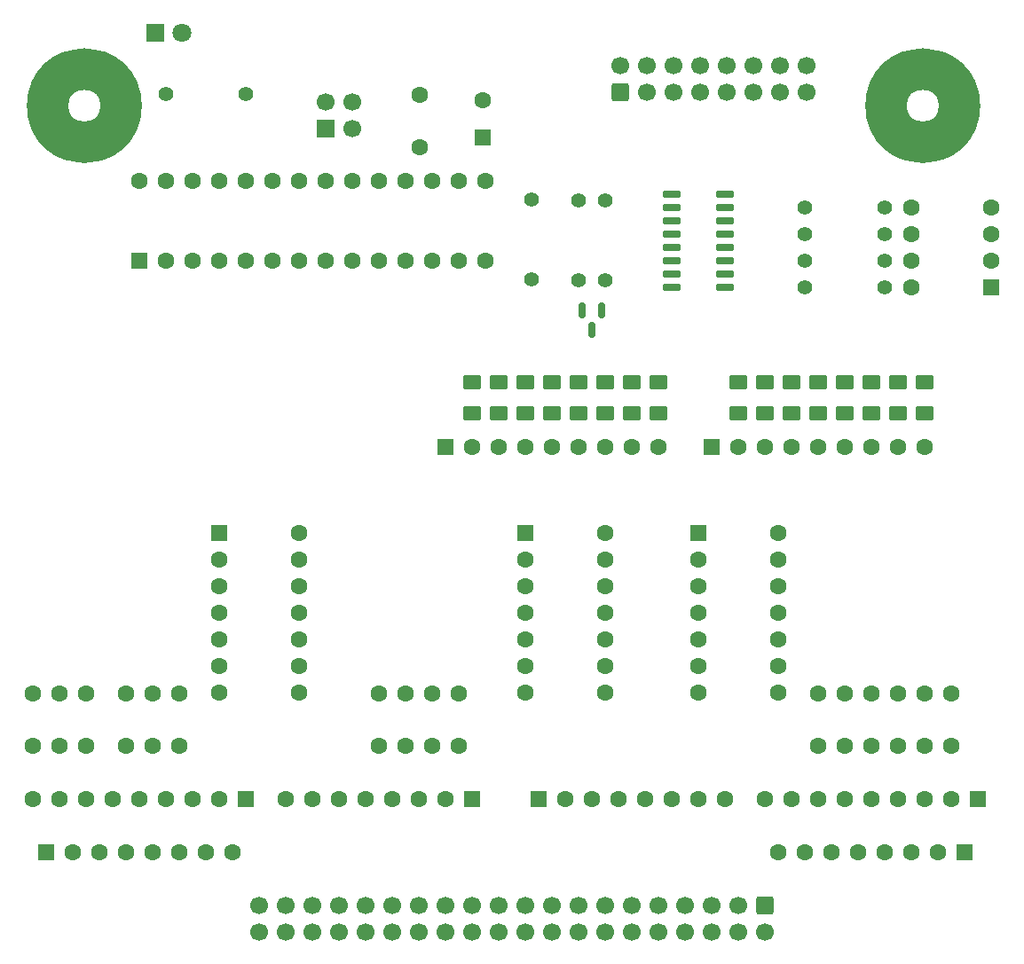
<source format=gbr>
%TF.GenerationSoftware,KiCad,Pcbnew,9.0.7*%
%TF.CreationDate,2026-02-03T13:57:44+01:00*%
%TF.ProjectId,lokho2-inputs,6c6f6b68-6f32-42d6-996e-707574732e6b,rev?*%
%TF.SameCoordinates,Original*%
%TF.FileFunction,Soldermask,Top*%
%TF.FilePolarity,Negative*%
%FSLAX46Y46*%
G04 Gerber Fmt 4.6, Leading zero omitted, Abs format (unit mm)*
G04 Created by KiCad (PCBNEW 9.0.7) date 2026-02-03 13:57:44*
%MOMM*%
%LPD*%
G01*
G04 APERTURE LIST*
G04 Aperture macros list*
%AMRoundRect*
0 Rectangle with rounded corners*
0 $1 Rounding radius*
0 $2 $3 $4 $5 $6 $7 $8 $9 X,Y pos of 4 corners*
0 Add a 4 corners polygon primitive as box body*
4,1,4,$2,$3,$4,$5,$6,$7,$8,$9,$2,$3,0*
0 Add four circle primitives for the rounded corners*
1,1,$1+$1,$2,$3*
1,1,$1+$1,$4,$5*
1,1,$1+$1,$6,$7*
1,1,$1+$1,$8,$9*
0 Add four rect primitives between the rounded corners*
20,1,$1+$1,$2,$3,$4,$5,0*
20,1,$1+$1,$4,$5,$6,$7,0*
20,1,$1+$1,$6,$7,$8,$9,0*
20,1,$1+$1,$8,$9,$2,$3,0*%
G04 Aperture macros list end*
%ADD10C,4.000000*%
%ADD11R,1.700000X1.700000*%
%ADD12C,1.700000*%
%ADD13C,1.400000*%
%ADD14RoundRect,0.250001X0.624999X-0.462499X0.624999X0.462499X-0.624999X0.462499X-0.624999X-0.462499X0*%
%ADD15C,1.600000*%
%ADD16R,1.800000X1.800000*%
%ADD17C,1.800000*%
%ADD18R,1.600000X1.600000*%
%ADD19RoundRect,0.150000X-0.725000X-0.150000X0.725000X-0.150000X0.725000X0.150000X-0.725000X0.150000X0*%
%ADD20RoundRect,0.250000X-0.550000X-0.550000X0.550000X-0.550000X0.550000X0.550000X-0.550000X0.550000X0*%
%ADD21RoundRect,0.150000X-0.150000X0.587500X-0.150000X-0.587500X0.150000X-0.587500X0.150000X0.587500X0*%
%ADD22RoundRect,0.250000X-0.600000X0.600000X-0.600000X-0.600000X0.600000X-0.600000X0.600000X0.600000X0*%
%ADD23RoundRect,0.250000X0.550000X0.550000X-0.550000X0.550000X-0.550000X-0.550000X0.550000X-0.550000X0*%
%ADD24RoundRect,0.250000X0.550000X-0.550000X0.550000X0.550000X-0.550000X0.550000X-0.550000X-0.550000X0*%
%ADD25RoundRect,0.250000X0.600000X-0.600000X0.600000X0.600000X-0.600000X0.600000X-0.600000X-0.600000X0*%
G04 APERTURE END LIST*
D10*
X113500000Y-70000000D02*
G75*
G02*
X106500000Y-70000000I-3500000J0D01*
G01*
X106500000Y-70000000D02*
G75*
G02*
X113500000Y-70000000I3500000J0D01*
G01*
X193500000Y-70000000D02*
G75*
G02*
X186500000Y-70000000I-3500000J0D01*
G01*
X186500000Y-70000000D02*
G75*
G02*
X193500000Y-70000000I3500000J0D01*
G01*
D11*
%TO.C,J2*%
X133020000Y-72225000D03*
D12*
X133020000Y-69685000D03*
X135560000Y-72225000D03*
X135560000Y-69685000D03*
%TD*%
D13*
%TO.C,R2*%
X186360000Y-84765000D03*
X178740000Y-84765000D03*
%TD*%
D14*
%TO.C,D9*%
X164770000Y-99370000D03*
X164770000Y-96395000D03*
%TD*%
D15*
%TO.C,C17*%
X110160000Y-131120000D03*
X110160000Y-126120000D03*
%TD*%
D13*
%TO.C,R7*%
X125400000Y-68890000D03*
X117780000Y-68890000D03*
%TD*%
D14*
%TO.C,D6*%
X157150000Y-99370000D03*
X157150000Y-96395000D03*
%TD*%
D13*
%TO.C,R5*%
X159690000Y-79050000D03*
X159690000Y-86670000D03*
%TD*%
D16*
%TO.C,D1*%
X116730000Y-63000000D03*
D17*
X119270000Y-63000000D03*
%TD*%
D15*
%TO.C,C14*%
X138100000Y-131120000D03*
X138100000Y-126120000D03*
%TD*%
D18*
%TO.C,RN5*%
X106350000Y-141280000D03*
D15*
X108890000Y-141280000D03*
X111430000Y-141280000D03*
X113970000Y-141280000D03*
X116510000Y-141280000D03*
X119050000Y-141280000D03*
X121590000Y-141280000D03*
X124130000Y-141280000D03*
%TD*%
D14*
%TO.C,D7*%
X159690000Y-99370000D03*
X159690000Y-96395000D03*
%TD*%
D15*
%TO.C,C11*%
X116510000Y-131120000D03*
X116510000Y-126120000D03*
%TD*%
%TO.C,C7*%
X182550000Y-131120000D03*
X182550000Y-126120000D03*
%TD*%
D14*
%TO.C,D2*%
X146990000Y-99370000D03*
X146990000Y-96395000D03*
%TD*%
D19*
%TO.C,U1*%
X166005000Y-78415000D03*
X166005000Y-79685000D03*
X166005000Y-80955000D03*
X166005000Y-82225000D03*
X166005000Y-83495000D03*
X166005000Y-84765000D03*
X166005000Y-86035000D03*
X166005000Y-87305000D03*
X171155000Y-87305000D03*
X171155000Y-86035000D03*
X171155000Y-84765000D03*
X171155000Y-83495000D03*
X171155000Y-82225000D03*
X171155000Y-80955000D03*
X171155000Y-79685000D03*
X171155000Y-78415000D03*
%TD*%
D15*
%TO.C,C15*%
X105080000Y-131120000D03*
X105080000Y-126120000D03*
%TD*%
D14*
%TO.C,D12*%
X177470000Y-99370000D03*
X177470000Y-96395000D03*
%TD*%
D15*
%TO.C,C13*%
X140640000Y-131120000D03*
X140640000Y-126120000D03*
%TD*%
%TO.C,C4*%
X190170000Y-131120000D03*
X190170000Y-126120000D03*
%TD*%
%TO.C,C9*%
X143180000Y-131120000D03*
X143180000Y-126120000D03*
%TD*%
D20*
%TO.C,U4*%
X152070000Y-110800000D03*
D15*
X152070000Y-113340000D03*
X152070000Y-115880000D03*
X152070000Y-118420000D03*
X152070000Y-120960000D03*
X152070000Y-123500000D03*
X152070000Y-126040000D03*
X159690000Y-126040000D03*
X159690000Y-123500000D03*
X159690000Y-120960000D03*
X159690000Y-118420000D03*
X159690000Y-115880000D03*
X159690000Y-113340000D03*
X159690000Y-110800000D03*
%TD*%
D14*
%TO.C,D15*%
X185090000Y-99370000D03*
X185090000Y-96395000D03*
%TD*%
D18*
%TO.C,RN7*%
X144450000Y-102545000D03*
D15*
X146990000Y-102545000D03*
X149530000Y-102545000D03*
X152070000Y-102545000D03*
X154610000Y-102545000D03*
X157150000Y-102545000D03*
X159690000Y-102545000D03*
X162230000Y-102545000D03*
X164770000Y-102545000D03*
%TD*%
D18*
%TO.C,RN6*%
X125400000Y-136200000D03*
D15*
X122860000Y-136200000D03*
X120320000Y-136200000D03*
X117780000Y-136200000D03*
X115240000Y-136200000D03*
X112700000Y-136200000D03*
X110160000Y-136200000D03*
X107620000Y-136200000D03*
X105080000Y-136200000D03*
%TD*%
%TO.C,C2*%
X142000000Y-69000000D03*
X142000000Y-74000000D03*
%TD*%
D18*
%TO.C,RN3*%
X195250000Y-136200000D03*
D15*
X192710000Y-136200000D03*
X190170000Y-136200000D03*
X187630000Y-136200000D03*
X185090000Y-136200000D03*
X182550000Y-136200000D03*
X180010000Y-136200000D03*
X177470000Y-136200000D03*
X174930000Y-136200000D03*
%TD*%
D21*
%TO.C,Q1*%
X159370000Y-89542500D03*
X157470000Y-89542500D03*
X158420000Y-91417500D03*
%TD*%
D22*
%TO.C,J1*%
X174930000Y-146360000D03*
D12*
X174930000Y-148900000D03*
X172390000Y-146360000D03*
X172390000Y-148900000D03*
X169850000Y-146360000D03*
X169850000Y-148900000D03*
X167310000Y-146360000D03*
X167310000Y-148900000D03*
X164770000Y-146360000D03*
X164770000Y-148900000D03*
X162230000Y-146360000D03*
X162230000Y-148900000D03*
X159690000Y-146360000D03*
X159690000Y-148900000D03*
X157150000Y-146360000D03*
X157150000Y-148900000D03*
X154610000Y-146360000D03*
X154610000Y-148900000D03*
X152070000Y-146360000D03*
X152070000Y-148900000D03*
X149530000Y-146360000D03*
X149530000Y-148900000D03*
X146990000Y-146360000D03*
X146990000Y-148900000D03*
X144450000Y-146360000D03*
X144450000Y-148900000D03*
X141910000Y-146360000D03*
X141910000Y-148900000D03*
X139370000Y-146360000D03*
X139370000Y-148900000D03*
X136830000Y-146360000D03*
X136830000Y-148900000D03*
X134290000Y-146360000D03*
X134290000Y-148900000D03*
X131750000Y-146360000D03*
X131750000Y-148900000D03*
X129210000Y-146360000D03*
X129210000Y-148900000D03*
X126670000Y-146360000D03*
X126670000Y-148900000D03*
%TD*%
D23*
%TO.C,SW1*%
X196520000Y-87305000D03*
D15*
X196520000Y-84765000D03*
X196520000Y-82225000D03*
X196520000Y-79685000D03*
X188900000Y-79685000D03*
X188900000Y-82225000D03*
X188900000Y-84765000D03*
X188900000Y-87305000D03*
%TD*%
D20*
%TO.C,U3*%
X122865000Y-110800000D03*
D15*
X122865000Y-113340000D03*
X122865000Y-115880000D03*
X122865000Y-118420000D03*
X122865000Y-120960000D03*
X122865000Y-123500000D03*
X122865000Y-126040000D03*
X130485000Y-126040000D03*
X130485000Y-123500000D03*
X130485000Y-120960000D03*
X130485000Y-118420000D03*
X130485000Y-115880000D03*
X130485000Y-113340000D03*
X130485000Y-110800000D03*
%TD*%
D18*
%TO.C,RN4*%
X146990000Y-136200000D03*
D15*
X144450000Y-136200000D03*
X141910000Y-136200000D03*
X139370000Y-136200000D03*
X136830000Y-136200000D03*
X134290000Y-136200000D03*
X131750000Y-136200000D03*
X129210000Y-136200000D03*
%TD*%
D13*
%TO.C,R8*%
X152705000Y-86620000D03*
X152705000Y-79000000D03*
%TD*%
D18*
%TO.C,RN2*%
X153340000Y-136200000D03*
D15*
X155880000Y-136200000D03*
X158420000Y-136200000D03*
X160960000Y-136200000D03*
X163500000Y-136200000D03*
X166040000Y-136200000D03*
X168580000Y-136200000D03*
X171120000Y-136200000D03*
%TD*%
%TO.C,C18*%
X113970000Y-131120000D03*
X113970000Y-126120000D03*
%TD*%
%TO.C,C6*%
X185090000Y-131120000D03*
X185090000Y-126120000D03*
%TD*%
D14*
%TO.C,D3*%
X149530000Y-99370000D03*
X149530000Y-96395000D03*
%TD*%
%TO.C,D5*%
X154610000Y-99370000D03*
X154610000Y-96395000D03*
%TD*%
D18*
%TO.C,RN1*%
X193980000Y-141280000D03*
D15*
X191440000Y-141280000D03*
X188900000Y-141280000D03*
X186360000Y-141280000D03*
X183820000Y-141280000D03*
X181280000Y-141280000D03*
X178740000Y-141280000D03*
X176200000Y-141280000D03*
%TD*%
D14*
%TO.C,D14*%
X182550000Y-99370000D03*
X182550000Y-96395000D03*
%TD*%
D13*
%TO.C,R1*%
X186360000Y-87305000D03*
X178740000Y-87305000D03*
%TD*%
D15*
%TO.C,C3*%
X192710000Y-131120000D03*
X192710000Y-126120000D03*
%TD*%
%TO.C,C12*%
X119050000Y-131120000D03*
X119050000Y-126120000D03*
%TD*%
D14*
%TO.C,D10*%
X172390000Y-99370000D03*
X172390000Y-96395000D03*
%TD*%
%TO.C,D13*%
X180010000Y-99370000D03*
X180010000Y-96395000D03*
%TD*%
%TO.C,D17*%
X190170000Y-99370000D03*
X190170000Y-96395000D03*
%TD*%
D15*
%TO.C,C16*%
X107620000Y-131120000D03*
X107620000Y-126120000D03*
%TD*%
D13*
%TO.C,R4*%
X186360000Y-79685000D03*
X178740000Y-79685000D03*
%TD*%
D14*
%TO.C,D4*%
X152070000Y-99370000D03*
X152070000Y-96395000D03*
%TD*%
D20*
%TO.C,U5*%
X168580000Y-110800000D03*
D15*
X168580000Y-113340000D03*
X168580000Y-115880000D03*
X168580000Y-118420000D03*
X168580000Y-120960000D03*
X168580000Y-123500000D03*
X168580000Y-126040000D03*
X176200000Y-126040000D03*
X176200000Y-123500000D03*
X176200000Y-120960000D03*
X176200000Y-118420000D03*
X176200000Y-115880000D03*
X176200000Y-113340000D03*
X176200000Y-110800000D03*
%TD*%
D24*
%TO.C,C1*%
X148000000Y-73000000D03*
D15*
X148000000Y-69500000D03*
%TD*%
D18*
%TO.C,RN8*%
X169850000Y-102545000D03*
D15*
X172390000Y-102545000D03*
X174930000Y-102545000D03*
X177470000Y-102545000D03*
X180010000Y-102545000D03*
X182550000Y-102545000D03*
X185090000Y-102545000D03*
X187630000Y-102545000D03*
X190170000Y-102545000D03*
%TD*%
D13*
%TO.C,R3*%
X186360000Y-82225000D03*
X178740000Y-82225000D03*
%TD*%
D24*
%TO.C,U2*%
X115240000Y-84765000D03*
D15*
X117780000Y-84765000D03*
X120320000Y-84765000D03*
X122860000Y-84765000D03*
X125400000Y-84765000D03*
X127940000Y-84765000D03*
X130480000Y-84765000D03*
X133020000Y-84765000D03*
X135560000Y-84765000D03*
X138100000Y-84765000D03*
X140640000Y-84765000D03*
X143180000Y-84765000D03*
X145720000Y-84765000D03*
X148260000Y-84765000D03*
X148260000Y-77145000D03*
X145720000Y-77145000D03*
X143180000Y-77145000D03*
X140640000Y-77145000D03*
X138100000Y-77145000D03*
X135560000Y-77145000D03*
X133020000Y-77145000D03*
X130480000Y-77145000D03*
X127940000Y-77145000D03*
X125400000Y-77145000D03*
X122860000Y-77145000D03*
X120320000Y-77145000D03*
X117780000Y-77145000D03*
X115240000Y-77145000D03*
%TD*%
D14*
%TO.C,D11*%
X174930000Y-99370000D03*
X174930000Y-96395000D03*
%TD*%
D15*
%TO.C,C8*%
X180010000Y-131120000D03*
X180010000Y-126120000D03*
%TD*%
D13*
%TO.C,R6*%
X157150000Y-86670000D03*
X157150000Y-79050000D03*
%TD*%
D15*
%TO.C,C5*%
X187630000Y-131120000D03*
X187630000Y-126120000D03*
%TD*%
D25*
%TO.C,SPI1*%
X161110000Y-68697500D03*
D12*
X161110000Y-66157500D03*
X163650000Y-68697500D03*
X163650000Y-66157500D03*
X166190000Y-68697500D03*
X166190000Y-66157500D03*
X168730000Y-68697500D03*
X168730000Y-66157500D03*
X171270000Y-68697500D03*
X171270000Y-66157500D03*
X173810000Y-68697500D03*
X173810000Y-66157500D03*
X176350000Y-68697500D03*
X176350000Y-66157500D03*
X178890000Y-68697500D03*
X178890000Y-66157500D03*
%TD*%
D14*
%TO.C,D8*%
X162230000Y-99370000D03*
X162230000Y-96395000D03*
%TD*%
%TO.C,D16*%
X187630000Y-99370000D03*
X187630000Y-96395000D03*
%TD*%
D15*
%TO.C,C10*%
X145720000Y-131120000D03*
X145720000Y-126120000D03*
%TD*%
M02*

</source>
